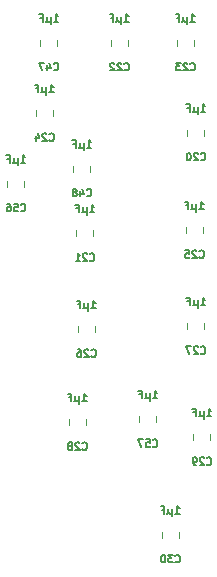
<source format=gbr>
%TF.GenerationSoftware,KiCad,Pcbnew,7.0.5*%
%TF.CreationDate,2023-12-18T11:01:32+02:00*%
%TF.ProjectId,W65C816 Clock Hold,57363543-3831-4362-9043-6c6f636b2048,rev?*%
%TF.SameCoordinates,Original*%
%TF.FileFunction,Legend,Bot*%
%TF.FilePolarity,Positive*%
%FSLAX46Y46*%
G04 Gerber Fmt 4.6, Leading zero omitted, Abs format (unit mm)*
G04 Created by KiCad (PCBNEW 7.0.5) date 2023-12-18 11:01:32*
%MOMM*%
%LPD*%
G01*
G04 APERTURE LIST*
%ADD10C,0.150000*%
%ADD11C,0.120000*%
G04 APERTURE END LIST*
D10*
%TO.C,C57*%
X101781214Y-102503486D02*
X101811452Y-102533725D01*
X101811452Y-102533725D02*
X101902166Y-102563963D01*
X101902166Y-102563963D02*
X101962642Y-102563963D01*
X101962642Y-102563963D02*
X102053357Y-102533725D01*
X102053357Y-102533725D02*
X102113833Y-102473248D01*
X102113833Y-102473248D02*
X102144071Y-102412772D01*
X102144071Y-102412772D02*
X102174309Y-102291820D01*
X102174309Y-102291820D02*
X102174309Y-102201105D01*
X102174309Y-102201105D02*
X102144071Y-102080153D01*
X102144071Y-102080153D02*
X102113833Y-102019677D01*
X102113833Y-102019677D02*
X102053357Y-101959201D01*
X102053357Y-101959201D02*
X101962642Y-101928963D01*
X101962642Y-101928963D02*
X101902166Y-101928963D01*
X101902166Y-101928963D02*
X101811452Y-101959201D01*
X101811452Y-101959201D02*
X101781214Y-101989439D01*
X101206690Y-101928963D02*
X101509071Y-101928963D01*
X101509071Y-101928963D02*
X101539309Y-102231344D01*
X101539309Y-102231344D02*
X101509071Y-102201105D01*
X101509071Y-102201105D02*
X101448595Y-102170867D01*
X101448595Y-102170867D02*
X101297404Y-102170867D01*
X101297404Y-102170867D02*
X101236928Y-102201105D01*
X101236928Y-102201105D02*
X101206690Y-102231344D01*
X101206690Y-102231344D02*
X101176452Y-102291820D01*
X101176452Y-102291820D02*
X101176452Y-102443010D01*
X101176452Y-102443010D02*
X101206690Y-102503486D01*
X101206690Y-102503486D02*
X101236928Y-102533725D01*
X101236928Y-102533725D02*
X101297404Y-102563963D01*
X101297404Y-102563963D02*
X101448595Y-102563963D01*
X101448595Y-102563963D02*
X101509071Y-102533725D01*
X101509071Y-102533725D02*
X101539309Y-102503486D01*
X100964785Y-101928963D02*
X100541452Y-101928963D01*
X100541452Y-101928963D02*
X100813595Y-102563963D01*
X101769333Y-98456963D02*
X102132190Y-98456963D01*
X101950762Y-98456963D02*
X101950762Y-97821963D01*
X101950762Y-97821963D02*
X102011238Y-97912677D01*
X102011238Y-97912677D02*
X102071714Y-97973153D01*
X102071714Y-97973153D02*
X102132190Y-98003391D01*
X101497190Y-98033629D02*
X101497190Y-98668629D01*
X101194809Y-98366248D02*
X101164571Y-98426725D01*
X101164571Y-98426725D02*
X101104095Y-98456963D01*
X101497190Y-98366248D02*
X101466952Y-98426725D01*
X101466952Y-98426725D02*
X101406476Y-98456963D01*
X101406476Y-98456963D02*
X101285523Y-98456963D01*
X101285523Y-98456963D02*
X101225047Y-98426725D01*
X101225047Y-98426725D02*
X101194809Y-98366248D01*
X101194809Y-98366248D02*
X101194809Y-98033629D01*
X100620285Y-98124344D02*
X100831952Y-98124344D01*
X100831952Y-98456963D02*
X100831952Y-97821963D01*
X100831952Y-97821963D02*
X100529571Y-97821963D01*
%TO.C,C27*%
X105845214Y-94629486D02*
X105875452Y-94659725D01*
X105875452Y-94659725D02*
X105966166Y-94689963D01*
X105966166Y-94689963D02*
X106026642Y-94689963D01*
X106026642Y-94689963D02*
X106117357Y-94659725D01*
X106117357Y-94659725D02*
X106177833Y-94599248D01*
X106177833Y-94599248D02*
X106208071Y-94538772D01*
X106208071Y-94538772D02*
X106238309Y-94417820D01*
X106238309Y-94417820D02*
X106238309Y-94327105D01*
X106238309Y-94327105D02*
X106208071Y-94206153D01*
X106208071Y-94206153D02*
X106177833Y-94145677D01*
X106177833Y-94145677D02*
X106117357Y-94085201D01*
X106117357Y-94085201D02*
X106026642Y-94054963D01*
X106026642Y-94054963D02*
X105966166Y-94054963D01*
X105966166Y-94054963D02*
X105875452Y-94085201D01*
X105875452Y-94085201D02*
X105845214Y-94115439D01*
X105603309Y-94115439D02*
X105573071Y-94085201D01*
X105573071Y-94085201D02*
X105512595Y-94054963D01*
X105512595Y-94054963D02*
X105361404Y-94054963D01*
X105361404Y-94054963D02*
X105300928Y-94085201D01*
X105300928Y-94085201D02*
X105270690Y-94115439D01*
X105270690Y-94115439D02*
X105240452Y-94175915D01*
X105240452Y-94175915D02*
X105240452Y-94236391D01*
X105240452Y-94236391D02*
X105270690Y-94327105D01*
X105270690Y-94327105D02*
X105633547Y-94689963D01*
X105633547Y-94689963D02*
X105240452Y-94689963D01*
X105028785Y-94054963D02*
X104605452Y-94054963D01*
X104605452Y-94054963D02*
X104877595Y-94689963D01*
X105833333Y-90582963D02*
X106196190Y-90582963D01*
X106014762Y-90582963D02*
X106014762Y-89947963D01*
X106014762Y-89947963D02*
X106075238Y-90038677D01*
X106075238Y-90038677D02*
X106135714Y-90099153D01*
X106135714Y-90099153D02*
X106196190Y-90129391D01*
X105561190Y-90159629D02*
X105561190Y-90794629D01*
X105258809Y-90492248D02*
X105228571Y-90552725D01*
X105228571Y-90552725D02*
X105168095Y-90582963D01*
X105561190Y-90492248D02*
X105530952Y-90552725D01*
X105530952Y-90552725D02*
X105470476Y-90582963D01*
X105470476Y-90582963D02*
X105349523Y-90582963D01*
X105349523Y-90582963D02*
X105289047Y-90552725D01*
X105289047Y-90552725D02*
X105258809Y-90492248D01*
X105258809Y-90492248D02*
X105258809Y-90159629D01*
X104684285Y-90250344D02*
X104895952Y-90250344D01*
X104895952Y-90582963D02*
X104895952Y-89947963D01*
X104895952Y-89947963D02*
X104593571Y-89947963D01*
%TO.C,C23*%
X104956214Y-70626486D02*
X104986452Y-70656725D01*
X104986452Y-70656725D02*
X105077166Y-70686963D01*
X105077166Y-70686963D02*
X105137642Y-70686963D01*
X105137642Y-70686963D02*
X105228357Y-70656725D01*
X105228357Y-70656725D02*
X105288833Y-70596248D01*
X105288833Y-70596248D02*
X105319071Y-70535772D01*
X105319071Y-70535772D02*
X105349309Y-70414820D01*
X105349309Y-70414820D02*
X105349309Y-70324105D01*
X105349309Y-70324105D02*
X105319071Y-70203153D01*
X105319071Y-70203153D02*
X105288833Y-70142677D01*
X105288833Y-70142677D02*
X105228357Y-70082201D01*
X105228357Y-70082201D02*
X105137642Y-70051963D01*
X105137642Y-70051963D02*
X105077166Y-70051963D01*
X105077166Y-70051963D02*
X104986452Y-70082201D01*
X104986452Y-70082201D02*
X104956214Y-70112439D01*
X104714309Y-70112439D02*
X104684071Y-70082201D01*
X104684071Y-70082201D02*
X104623595Y-70051963D01*
X104623595Y-70051963D02*
X104472404Y-70051963D01*
X104472404Y-70051963D02*
X104411928Y-70082201D01*
X104411928Y-70082201D02*
X104381690Y-70112439D01*
X104381690Y-70112439D02*
X104351452Y-70172915D01*
X104351452Y-70172915D02*
X104351452Y-70233391D01*
X104351452Y-70233391D02*
X104381690Y-70324105D01*
X104381690Y-70324105D02*
X104744547Y-70686963D01*
X104744547Y-70686963D02*
X104351452Y-70686963D01*
X104139785Y-70051963D02*
X103746690Y-70051963D01*
X103746690Y-70051963D02*
X103958357Y-70293867D01*
X103958357Y-70293867D02*
X103867642Y-70293867D01*
X103867642Y-70293867D02*
X103807166Y-70324105D01*
X103807166Y-70324105D02*
X103776928Y-70354344D01*
X103776928Y-70354344D02*
X103746690Y-70414820D01*
X103746690Y-70414820D02*
X103746690Y-70566010D01*
X103746690Y-70566010D02*
X103776928Y-70626486D01*
X103776928Y-70626486D02*
X103807166Y-70656725D01*
X103807166Y-70656725D02*
X103867642Y-70686963D01*
X103867642Y-70686963D02*
X104049071Y-70686963D01*
X104049071Y-70686963D02*
X104109547Y-70656725D01*
X104109547Y-70656725D02*
X104139785Y-70626486D01*
X104944333Y-66579963D02*
X105307190Y-66579963D01*
X105125762Y-66579963D02*
X105125762Y-65944963D01*
X105125762Y-65944963D02*
X105186238Y-66035677D01*
X105186238Y-66035677D02*
X105246714Y-66096153D01*
X105246714Y-66096153D02*
X105307190Y-66126391D01*
X104672190Y-66156629D02*
X104672190Y-66791629D01*
X104369809Y-66489248D02*
X104339571Y-66549725D01*
X104339571Y-66549725D02*
X104279095Y-66579963D01*
X104672190Y-66489248D02*
X104641952Y-66549725D01*
X104641952Y-66549725D02*
X104581476Y-66579963D01*
X104581476Y-66579963D02*
X104460523Y-66579963D01*
X104460523Y-66579963D02*
X104400047Y-66549725D01*
X104400047Y-66549725D02*
X104369809Y-66489248D01*
X104369809Y-66489248D02*
X104369809Y-66156629D01*
X103795285Y-66247344D02*
X104006952Y-66247344D01*
X104006952Y-66579963D02*
X104006952Y-65944963D01*
X104006952Y-65944963D02*
X103704571Y-65944963D01*
%TO.C,C25*%
X105718214Y-86501486D02*
X105748452Y-86531725D01*
X105748452Y-86531725D02*
X105839166Y-86561963D01*
X105839166Y-86561963D02*
X105899642Y-86561963D01*
X105899642Y-86561963D02*
X105990357Y-86531725D01*
X105990357Y-86531725D02*
X106050833Y-86471248D01*
X106050833Y-86471248D02*
X106081071Y-86410772D01*
X106081071Y-86410772D02*
X106111309Y-86289820D01*
X106111309Y-86289820D02*
X106111309Y-86199105D01*
X106111309Y-86199105D02*
X106081071Y-86078153D01*
X106081071Y-86078153D02*
X106050833Y-86017677D01*
X106050833Y-86017677D02*
X105990357Y-85957201D01*
X105990357Y-85957201D02*
X105899642Y-85926963D01*
X105899642Y-85926963D02*
X105839166Y-85926963D01*
X105839166Y-85926963D02*
X105748452Y-85957201D01*
X105748452Y-85957201D02*
X105718214Y-85987439D01*
X105476309Y-85987439D02*
X105446071Y-85957201D01*
X105446071Y-85957201D02*
X105385595Y-85926963D01*
X105385595Y-85926963D02*
X105234404Y-85926963D01*
X105234404Y-85926963D02*
X105173928Y-85957201D01*
X105173928Y-85957201D02*
X105143690Y-85987439D01*
X105143690Y-85987439D02*
X105113452Y-86047915D01*
X105113452Y-86047915D02*
X105113452Y-86108391D01*
X105113452Y-86108391D02*
X105143690Y-86199105D01*
X105143690Y-86199105D02*
X105506547Y-86561963D01*
X105506547Y-86561963D02*
X105113452Y-86561963D01*
X104538928Y-85926963D02*
X104841309Y-85926963D01*
X104841309Y-85926963D02*
X104871547Y-86229344D01*
X104871547Y-86229344D02*
X104841309Y-86199105D01*
X104841309Y-86199105D02*
X104780833Y-86168867D01*
X104780833Y-86168867D02*
X104629642Y-86168867D01*
X104629642Y-86168867D02*
X104569166Y-86199105D01*
X104569166Y-86199105D02*
X104538928Y-86229344D01*
X104538928Y-86229344D02*
X104508690Y-86289820D01*
X104508690Y-86289820D02*
X104508690Y-86441010D01*
X104508690Y-86441010D02*
X104538928Y-86501486D01*
X104538928Y-86501486D02*
X104569166Y-86531725D01*
X104569166Y-86531725D02*
X104629642Y-86561963D01*
X104629642Y-86561963D02*
X104780833Y-86561963D01*
X104780833Y-86561963D02*
X104841309Y-86531725D01*
X104841309Y-86531725D02*
X104871547Y-86501486D01*
X105706333Y-82454963D02*
X106069190Y-82454963D01*
X105887762Y-82454963D02*
X105887762Y-81819963D01*
X105887762Y-81819963D02*
X105948238Y-81910677D01*
X105948238Y-81910677D02*
X106008714Y-81971153D01*
X106008714Y-81971153D02*
X106069190Y-82001391D01*
X105434190Y-82031629D02*
X105434190Y-82666629D01*
X105131809Y-82364248D02*
X105101571Y-82424725D01*
X105101571Y-82424725D02*
X105041095Y-82454963D01*
X105434190Y-82364248D02*
X105403952Y-82424725D01*
X105403952Y-82424725D02*
X105343476Y-82454963D01*
X105343476Y-82454963D02*
X105222523Y-82454963D01*
X105222523Y-82454963D02*
X105162047Y-82424725D01*
X105162047Y-82424725D02*
X105131809Y-82364248D01*
X105131809Y-82364248D02*
X105131809Y-82031629D01*
X104557285Y-82122344D02*
X104768952Y-82122344D01*
X104768952Y-82454963D02*
X104768952Y-81819963D01*
X104768952Y-81819963D02*
X104466571Y-81819963D01*
%TO.C,C26*%
X96574214Y-94883486D02*
X96604452Y-94913725D01*
X96604452Y-94913725D02*
X96695166Y-94943963D01*
X96695166Y-94943963D02*
X96755642Y-94943963D01*
X96755642Y-94943963D02*
X96846357Y-94913725D01*
X96846357Y-94913725D02*
X96906833Y-94853248D01*
X96906833Y-94853248D02*
X96937071Y-94792772D01*
X96937071Y-94792772D02*
X96967309Y-94671820D01*
X96967309Y-94671820D02*
X96967309Y-94581105D01*
X96967309Y-94581105D02*
X96937071Y-94460153D01*
X96937071Y-94460153D02*
X96906833Y-94399677D01*
X96906833Y-94399677D02*
X96846357Y-94339201D01*
X96846357Y-94339201D02*
X96755642Y-94308963D01*
X96755642Y-94308963D02*
X96695166Y-94308963D01*
X96695166Y-94308963D02*
X96604452Y-94339201D01*
X96604452Y-94339201D02*
X96574214Y-94369439D01*
X96332309Y-94369439D02*
X96302071Y-94339201D01*
X96302071Y-94339201D02*
X96241595Y-94308963D01*
X96241595Y-94308963D02*
X96090404Y-94308963D01*
X96090404Y-94308963D02*
X96029928Y-94339201D01*
X96029928Y-94339201D02*
X95999690Y-94369439D01*
X95999690Y-94369439D02*
X95969452Y-94429915D01*
X95969452Y-94429915D02*
X95969452Y-94490391D01*
X95969452Y-94490391D02*
X95999690Y-94581105D01*
X95999690Y-94581105D02*
X96362547Y-94943963D01*
X96362547Y-94943963D02*
X95969452Y-94943963D01*
X95425166Y-94308963D02*
X95546119Y-94308963D01*
X95546119Y-94308963D02*
X95606595Y-94339201D01*
X95606595Y-94339201D02*
X95636833Y-94369439D01*
X95636833Y-94369439D02*
X95697309Y-94460153D01*
X95697309Y-94460153D02*
X95727547Y-94581105D01*
X95727547Y-94581105D02*
X95727547Y-94823010D01*
X95727547Y-94823010D02*
X95697309Y-94883486D01*
X95697309Y-94883486D02*
X95667071Y-94913725D01*
X95667071Y-94913725D02*
X95606595Y-94943963D01*
X95606595Y-94943963D02*
X95485642Y-94943963D01*
X95485642Y-94943963D02*
X95425166Y-94913725D01*
X95425166Y-94913725D02*
X95394928Y-94883486D01*
X95394928Y-94883486D02*
X95364690Y-94823010D01*
X95364690Y-94823010D02*
X95364690Y-94671820D01*
X95364690Y-94671820D02*
X95394928Y-94611344D01*
X95394928Y-94611344D02*
X95425166Y-94581105D01*
X95425166Y-94581105D02*
X95485642Y-94550867D01*
X95485642Y-94550867D02*
X95606595Y-94550867D01*
X95606595Y-94550867D02*
X95667071Y-94581105D01*
X95667071Y-94581105D02*
X95697309Y-94611344D01*
X95697309Y-94611344D02*
X95727547Y-94671820D01*
X96562333Y-90836963D02*
X96925190Y-90836963D01*
X96743762Y-90836963D02*
X96743762Y-90201963D01*
X96743762Y-90201963D02*
X96804238Y-90292677D01*
X96804238Y-90292677D02*
X96864714Y-90353153D01*
X96864714Y-90353153D02*
X96925190Y-90383391D01*
X96290190Y-90413629D02*
X96290190Y-91048629D01*
X95987809Y-90746248D02*
X95957571Y-90806725D01*
X95957571Y-90806725D02*
X95897095Y-90836963D01*
X96290190Y-90746248D02*
X96259952Y-90806725D01*
X96259952Y-90806725D02*
X96199476Y-90836963D01*
X96199476Y-90836963D02*
X96078523Y-90836963D01*
X96078523Y-90836963D02*
X96018047Y-90806725D01*
X96018047Y-90806725D02*
X95987809Y-90746248D01*
X95987809Y-90746248D02*
X95987809Y-90413629D01*
X95413285Y-90504344D02*
X95624952Y-90504344D01*
X95624952Y-90836963D02*
X95624952Y-90201963D01*
X95624952Y-90201963D02*
X95322571Y-90201963D01*
%TO.C,C48*%
X96193214Y-81294486D02*
X96223452Y-81324725D01*
X96223452Y-81324725D02*
X96314166Y-81354963D01*
X96314166Y-81354963D02*
X96374642Y-81354963D01*
X96374642Y-81354963D02*
X96465357Y-81324725D01*
X96465357Y-81324725D02*
X96525833Y-81264248D01*
X96525833Y-81264248D02*
X96556071Y-81203772D01*
X96556071Y-81203772D02*
X96586309Y-81082820D01*
X96586309Y-81082820D02*
X96586309Y-80992105D01*
X96586309Y-80992105D02*
X96556071Y-80871153D01*
X96556071Y-80871153D02*
X96525833Y-80810677D01*
X96525833Y-80810677D02*
X96465357Y-80750201D01*
X96465357Y-80750201D02*
X96374642Y-80719963D01*
X96374642Y-80719963D02*
X96314166Y-80719963D01*
X96314166Y-80719963D02*
X96223452Y-80750201D01*
X96223452Y-80750201D02*
X96193214Y-80780439D01*
X95648928Y-80931629D02*
X95648928Y-81354963D01*
X95800119Y-80689725D02*
X95951309Y-81143296D01*
X95951309Y-81143296D02*
X95558214Y-81143296D01*
X95225595Y-80992105D02*
X95286071Y-80961867D01*
X95286071Y-80961867D02*
X95316309Y-80931629D01*
X95316309Y-80931629D02*
X95346547Y-80871153D01*
X95346547Y-80871153D02*
X95346547Y-80840915D01*
X95346547Y-80840915D02*
X95316309Y-80780439D01*
X95316309Y-80780439D02*
X95286071Y-80750201D01*
X95286071Y-80750201D02*
X95225595Y-80719963D01*
X95225595Y-80719963D02*
X95104642Y-80719963D01*
X95104642Y-80719963D02*
X95044166Y-80750201D01*
X95044166Y-80750201D02*
X95013928Y-80780439D01*
X95013928Y-80780439D02*
X94983690Y-80840915D01*
X94983690Y-80840915D02*
X94983690Y-80871153D01*
X94983690Y-80871153D02*
X95013928Y-80931629D01*
X95013928Y-80931629D02*
X95044166Y-80961867D01*
X95044166Y-80961867D02*
X95104642Y-80992105D01*
X95104642Y-80992105D02*
X95225595Y-80992105D01*
X95225595Y-80992105D02*
X95286071Y-81022344D01*
X95286071Y-81022344D02*
X95316309Y-81052582D01*
X95316309Y-81052582D02*
X95346547Y-81113058D01*
X95346547Y-81113058D02*
X95346547Y-81234010D01*
X95346547Y-81234010D02*
X95316309Y-81294486D01*
X95316309Y-81294486D02*
X95286071Y-81324725D01*
X95286071Y-81324725D02*
X95225595Y-81354963D01*
X95225595Y-81354963D02*
X95104642Y-81354963D01*
X95104642Y-81354963D02*
X95044166Y-81324725D01*
X95044166Y-81324725D02*
X95013928Y-81294486D01*
X95013928Y-81294486D02*
X94983690Y-81234010D01*
X94983690Y-81234010D02*
X94983690Y-81113058D01*
X94983690Y-81113058D02*
X95013928Y-81052582D01*
X95013928Y-81052582D02*
X95044166Y-81022344D01*
X95044166Y-81022344D02*
X95104642Y-80992105D01*
X96181333Y-77247963D02*
X96544190Y-77247963D01*
X96362762Y-77247963D02*
X96362762Y-76612963D01*
X96362762Y-76612963D02*
X96423238Y-76703677D01*
X96423238Y-76703677D02*
X96483714Y-76764153D01*
X96483714Y-76764153D02*
X96544190Y-76794391D01*
X95909190Y-76824629D02*
X95909190Y-77459629D01*
X95606809Y-77157248D02*
X95576571Y-77217725D01*
X95576571Y-77217725D02*
X95516095Y-77247963D01*
X95909190Y-77157248D02*
X95878952Y-77217725D01*
X95878952Y-77217725D02*
X95818476Y-77247963D01*
X95818476Y-77247963D02*
X95697523Y-77247963D01*
X95697523Y-77247963D02*
X95637047Y-77217725D01*
X95637047Y-77217725D02*
X95606809Y-77157248D01*
X95606809Y-77157248D02*
X95606809Y-76824629D01*
X95032285Y-76915344D02*
X95243952Y-76915344D01*
X95243952Y-77247963D02*
X95243952Y-76612963D01*
X95243952Y-76612963D02*
X94941571Y-76612963D01*
%TO.C,C22*%
X99368214Y-70626486D02*
X99398452Y-70656725D01*
X99398452Y-70656725D02*
X99489166Y-70686963D01*
X99489166Y-70686963D02*
X99549642Y-70686963D01*
X99549642Y-70686963D02*
X99640357Y-70656725D01*
X99640357Y-70656725D02*
X99700833Y-70596248D01*
X99700833Y-70596248D02*
X99731071Y-70535772D01*
X99731071Y-70535772D02*
X99761309Y-70414820D01*
X99761309Y-70414820D02*
X99761309Y-70324105D01*
X99761309Y-70324105D02*
X99731071Y-70203153D01*
X99731071Y-70203153D02*
X99700833Y-70142677D01*
X99700833Y-70142677D02*
X99640357Y-70082201D01*
X99640357Y-70082201D02*
X99549642Y-70051963D01*
X99549642Y-70051963D02*
X99489166Y-70051963D01*
X99489166Y-70051963D02*
X99398452Y-70082201D01*
X99398452Y-70082201D02*
X99368214Y-70112439D01*
X99126309Y-70112439D02*
X99096071Y-70082201D01*
X99096071Y-70082201D02*
X99035595Y-70051963D01*
X99035595Y-70051963D02*
X98884404Y-70051963D01*
X98884404Y-70051963D02*
X98823928Y-70082201D01*
X98823928Y-70082201D02*
X98793690Y-70112439D01*
X98793690Y-70112439D02*
X98763452Y-70172915D01*
X98763452Y-70172915D02*
X98763452Y-70233391D01*
X98763452Y-70233391D02*
X98793690Y-70324105D01*
X98793690Y-70324105D02*
X99156547Y-70686963D01*
X99156547Y-70686963D02*
X98763452Y-70686963D01*
X98521547Y-70112439D02*
X98491309Y-70082201D01*
X98491309Y-70082201D02*
X98430833Y-70051963D01*
X98430833Y-70051963D02*
X98279642Y-70051963D01*
X98279642Y-70051963D02*
X98219166Y-70082201D01*
X98219166Y-70082201D02*
X98188928Y-70112439D01*
X98188928Y-70112439D02*
X98158690Y-70172915D01*
X98158690Y-70172915D02*
X98158690Y-70233391D01*
X98158690Y-70233391D02*
X98188928Y-70324105D01*
X98188928Y-70324105D02*
X98551785Y-70686963D01*
X98551785Y-70686963D02*
X98158690Y-70686963D01*
X99356333Y-66579963D02*
X99719190Y-66579963D01*
X99537762Y-66579963D02*
X99537762Y-65944963D01*
X99537762Y-65944963D02*
X99598238Y-66035677D01*
X99598238Y-66035677D02*
X99658714Y-66096153D01*
X99658714Y-66096153D02*
X99719190Y-66126391D01*
X99084190Y-66156629D02*
X99084190Y-66791629D01*
X98781809Y-66489248D02*
X98751571Y-66549725D01*
X98751571Y-66549725D02*
X98691095Y-66579963D01*
X99084190Y-66489248D02*
X99053952Y-66549725D01*
X99053952Y-66549725D02*
X98993476Y-66579963D01*
X98993476Y-66579963D02*
X98872523Y-66579963D01*
X98872523Y-66579963D02*
X98812047Y-66549725D01*
X98812047Y-66549725D02*
X98781809Y-66489248D01*
X98781809Y-66489248D02*
X98781809Y-66156629D01*
X98207285Y-66247344D02*
X98418952Y-66247344D01*
X98418952Y-66579963D02*
X98418952Y-65944963D01*
X98418952Y-65944963D02*
X98116571Y-65944963D01*
%TO.C,C47*%
X93399214Y-70626486D02*
X93429452Y-70656725D01*
X93429452Y-70656725D02*
X93520166Y-70686963D01*
X93520166Y-70686963D02*
X93580642Y-70686963D01*
X93580642Y-70686963D02*
X93671357Y-70656725D01*
X93671357Y-70656725D02*
X93731833Y-70596248D01*
X93731833Y-70596248D02*
X93762071Y-70535772D01*
X93762071Y-70535772D02*
X93792309Y-70414820D01*
X93792309Y-70414820D02*
X93792309Y-70324105D01*
X93792309Y-70324105D02*
X93762071Y-70203153D01*
X93762071Y-70203153D02*
X93731833Y-70142677D01*
X93731833Y-70142677D02*
X93671357Y-70082201D01*
X93671357Y-70082201D02*
X93580642Y-70051963D01*
X93580642Y-70051963D02*
X93520166Y-70051963D01*
X93520166Y-70051963D02*
X93429452Y-70082201D01*
X93429452Y-70082201D02*
X93399214Y-70112439D01*
X92854928Y-70263629D02*
X92854928Y-70686963D01*
X93006119Y-70021725D02*
X93157309Y-70475296D01*
X93157309Y-70475296D02*
X92764214Y-70475296D01*
X92582785Y-70051963D02*
X92159452Y-70051963D01*
X92159452Y-70051963D02*
X92431595Y-70686963D01*
X93387333Y-66579963D02*
X93750190Y-66579963D01*
X93568762Y-66579963D02*
X93568762Y-65944963D01*
X93568762Y-65944963D02*
X93629238Y-66035677D01*
X93629238Y-66035677D02*
X93689714Y-66096153D01*
X93689714Y-66096153D02*
X93750190Y-66126391D01*
X93115190Y-66156629D02*
X93115190Y-66791629D01*
X92812809Y-66489248D02*
X92782571Y-66549725D01*
X92782571Y-66549725D02*
X92722095Y-66579963D01*
X93115190Y-66489248D02*
X93084952Y-66549725D01*
X93084952Y-66549725D02*
X93024476Y-66579963D01*
X93024476Y-66579963D02*
X92903523Y-66579963D01*
X92903523Y-66579963D02*
X92843047Y-66549725D01*
X92843047Y-66549725D02*
X92812809Y-66489248D01*
X92812809Y-66489248D02*
X92812809Y-66156629D01*
X92238285Y-66247344D02*
X92449952Y-66247344D01*
X92449952Y-66579963D02*
X92449952Y-65944963D01*
X92449952Y-65944963D02*
X92147571Y-65944963D01*
%TO.C,C20*%
X105845214Y-78246486D02*
X105875452Y-78276725D01*
X105875452Y-78276725D02*
X105966166Y-78306963D01*
X105966166Y-78306963D02*
X106026642Y-78306963D01*
X106026642Y-78306963D02*
X106117357Y-78276725D01*
X106117357Y-78276725D02*
X106177833Y-78216248D01*
X106177833Y-78216248D02*
X106208071Y-78155772D01*
X106208071Y-78155772D02*
X106238309Y-78034820D01*
X106238309Y-78034820D02*
X106238309Y-77944105D01*
X106238309Y-77944105D02*
X106208071Y-77823153D01*
X106208071Y-77823153D02*
X106177833Y-77762677D01*
X106177833Y-77762677D02*
X106117357Y-77702201D01*
X106117357Y-77702201D02*
X106026642Y-77671963D01*
X106026642Y-77671963D02*
X105966166Y-77671963D01*
X105966166Y-77671963D02*
X105875452Y-77702201D01*
X105875452Y-77702201D02*
X105845214Y-77732439D01*
X105603309Y-77732439D02*
X105573071Y-77702201D01*
X105573071Y-77702201D02*
X105512595Y-77671963D01*
X105512595Y-77671963D02*
X105361404Y-77671963D01*
X105361404Y-77671963D02*
X105300928Y-77702201D01*
X105300928Y-77702201D02*
X105270690Y-77732439D01*
X105270690Y-77732439D02*
X105240452Y-77792915D01*
X105240452Y-77792915D02*
X105240452Y-77853391D01*
X105240452Y-77853391D02*
X105270690Y-77944105D01*
X105270690Y-77944105D02*
X105633547Y-78306963D01*
X105633547Y-78306963D02*
X105240452Y-78306963D01*
X104847357Y-77671963D02*
X104786880Y-77671963D01*
X104786880Y-77671963D02*
X104726404Y-77702201D01*
X104726404Y-77702201D02*
X104696166Y-77732439D01*
X104696166Y-77732439D02*
X104665928Y-77792915D01*
X104665928Y-77792915D02*
X104635690Y-77913867D01*
X104635690Y-77913867D02*
X104635690Y-78065058D01*
X104635690Y-78065058D02*
X104665928Y-78186010D01*
X104665928Y-78186010D02*
X104696166Y-78246486D01*
X104696166Y-78246486D02*
X104726404Y-78276725D01*
X104726404Y-78276725D02*
X104786880Y-78306963D01*
X104786880Y-78306963D02*
X104847357Y-78306963D01*
X104847357Y-78306963D02*
X104907833Y-78276725D01*
X104907833Y-78276725D02*
X104938071Y-78246486D01*
X104938071Y-78246486D02*
X104968309Y-78186010D01*
X104968309Y-78186010D02*
X104998547Y-78065058D01*
X104998547Y-78065058D02*
X104998547Y-77913867D01*
X104998547Y-77913867D02*
X104968309Y-77792915D01*
X104968309Y-77792915D02*
X104938071Y-77732439D01*
X104938071Y-77732439D02*
X104907833Y-77702201D01*
X104907833Y-77702201D02*
X104847357Y-77671963D01*
X105833333Y-74199963D02*
X106196190Y-74199963D01*
X106014762Y-74199963D02*
X106014762Y-73564963D01*
X106014762Y-73564963D02*
X106075238Y-73655677D01*
X106075238Y-73655677D02*
X106135714Y-73716153D01*
X106135714Y-73716153D02*
X106196190Y-73746391D01*
X105561190Y-73776629D02*
X105561190Y-74411629D01*
X105258809Y-74109248D02*
X105228571Y-74169725D01*
X105228571Y-74169725D02*
X105168095Y-74199963D01*
X105561190Y-74109248D02*
X105530952Y-74169725D01*
X105530952Y-74169725D02*
X105470476Y-74199963D01*
X105470476Y-74199963D02*
X105349523Y-74199963D01*
X105349523Y-74199963D02*
X105289047Y-74169725D01*
X105289047Y-74169725D02*
X105258809Y-74109248D01*
X105258809Y-74109248D02*
X105258809Y-73776629D01*
X104684285Y-73867344D02*
X104895952Y-73867344D01*
X104895952Y-74199963D02*
X104895952Y-73564963D01*
X104895952Y-73564963D02*
X104593571Y-73564963D01*
%TO.C,C24*%
X93018214Y-76595486D02*
X93048452Y-76625725D01*
X93048452Y-76625725D02*
X93139166Y-76655963D01*
X93139166Y-76655963D02*
X93199642Y-76655963D01*
X93199642Y-76655963D02*
X93290357Y-76625725D01*
X93290357Y-76625725D02*
X93350833Y-76565248D01*
X93350833Y-76565248D02*
X93381071Y-76504772D01*
X93381071Y-76504772D02*
X93411309Y-76383820D01*
X93411309Y-76383820D02*
X93411309Y-76293105D01*
X93411309Y-76293105D02*
X93381071Y-76172153D01*
X93381071Y-76172153D02*
X93350833Y-76111677D01*
X93350833Y-76111677D02*
X93290357Y-76051201D01*
X93290357Y-76051201D02*
X93199642Y-76020963D01*
X93199642Y-76020963D02*
X93139166Y-76020963D01*
X93139166Y-76020963D02*
X93048452Y-76051201D01*
X93048452Y-76051201D02*
X93018214Y-76081439D01*
X92776309Y-76081439D02*
X92746071Y-76051201D01*
X92746071Y-76051201D02*
X92685595Y-76020963D01*
X92685595Y-76020963D02*
X92534404Y-76020963D01*
X92534404Y-76020963D02*
X92473928Y-76051201D01*
X92473928Y-76051201D02*
X92443690Y-76081439D01*
X92443690Y-76081439D02*
X92413452Y-76141915D01*
X92413452Y-76141915D02*
X92413452Y-76202391D01*
X92413452Y-76202391D02*
X92443690Y-76293105D01*
X92443690Y-76293105D02*
X92806547Y-76655963D01*
X92806547Y-76655963D02*
X92413452Y-76655963D01*
X91869166Y-76232629D02*
X91869166Y-76655963D01*
X92020357Y-75990725D02*
X92171547Y-76444296D01*
X92171547Y-76444296D02*
X91778452Y-76444296D01*
X93006333Y-72548963D02*
X93369190Y-72548963D01*
X93187762Y-72548963D02*
X93187762Y-71913963D01*
X93187762Y-71913963D02*
X93248238Y-72004677D01*
X93248238Y-72004677D02*
X93308714Y-72065153D01*
X93308714Y-72065153D02*
X93369190Y-72095391D01*
X92734190Y-72125629D02*
X92734190Y-72760629D01*
X92431809Y-72458248D02*
X92401571Y-72518725D01*
X92401571Y-72518725D02*
X92341095Y-72548963D01*
X92734190Y-72458248D02*
X92703952Y-72518725D01*
X92703952Y-72518725D02*
X92643476Y-72548963D01*
X92643476Y-72548963D02*
X92522523Y-72548963D01*
X92522523Y-72548963D02*
X92462047Y-72518725D01*
X92462047Y-72518725D02*
X92431809Y-72458248D01*
X92431809Y-72458248D02*
X92431809Y-72125629D01*
X91857285Y-72216344D02*
X92068952Y-72216344D01*
X92068952Y-72548963D02*
X92068952Y-71913963D01*
X92068952Y-71913963D02*
X91766571Y-71913963D01*
%TO.C,C30*%
X103686214Y-112282486D02*
X103716452Y-112312725D01*
X103716452Y-112312725D02*
X103807166Y-112342963D01*
X103807166Y-112342963D02*
X103867642Y-112342963D01*
X103867642Y-112342963D02*
X103958357Y-112312725D01*
X103958357Y-112312725D02*
X104018833Y-112252248D01*
X104018833Y-112252248D02*
X104049071Y-112191772D01*
X104049071Y-112191772D02*
X104079309Y-112070820D01*
X104079309Y-112070820D02*
X104079309Y-111980105D01*
X104079309Y-111980105D02*
X104049071Y-111859153D01*
X104049071Y-111859153D02*
X104018833Y-111798677D01*
X104018833Y-111798677D02*
X103958357Y-111738201D01*
X103958357Y-111738201D02*
X103867642Y-111707963D01*
X103867642Y-111707963D02*
X103807166Y-111707963D01*
X103807166Y-111707963D02*
X103716452Y-111738201D01*
X103716452Y-111738201D02*
X103686214Y-111768439D01*
X103474547Y-111707963D02*
X103081452Y-111707963D01*
X103081452Y-111707963D02*
X103293119Y-111949867D01*
X103293119Y-111949867D02*
X103202404Y-111949867D01*
X103202404Y-111949867D02*
X103141928Y-111980105D01*
X103141928Y-111980105D02*
X103111690Y-112010344D01*
X103111690Y-112010344D02*
X103081452Y-112070820D01*
X103081452Y-112070820D02*
X103081452Y-112222010D01*
X103081452Y-112222010D02*
X103111690Y-112282486D01*
X103111690Y-112282486D02*
X103141928Y-112312725D01*
X103141928Y-112312725D02*
X103202404Y-112342963D01*
X103202404Y-112342963D02*
X103383833Y-112342963D01*
X103383833Y-112342963D02*
X103444309Y-112312725D01*
X103444309Y-112312725D02*
X103474547Y-112282486D01*
X102688357Y-111707963D02*
X102627880Y-111707963D01*
X102627880Y-111707963D02*
X102567404Y-111738201D01*
X102567404Y-111738201D02*
X102537166Y-111768439D01*
X102537166Y-111768439D02*
X102506928Y-111828915D01*
X102506928Y-111828915D02*
X102476690Y-111949867D01*
X102476690Y-111949867D02*
X102476690Y-112101058D01*
X102476690Y-112101058D02*
X102506928Y-112222010D01*
X102506928Y-112222010D02*
X102537166Y-112282486D01*
X102537166Y-112282486D02*
X102567404Y-112312725D01*
X102567404Y-112312725D02*
X102627880Y-112342963D01*
X102627880Y-112342963D02*
X102688357Y-112342963D01*
X102688357Y-112342963D02*
X102748833Y-112312725D01*
X102748833Y-112312725D02*
X102779071Y-112282486D01*
X102779071Y-112282486D02*
X102809309Y-112222010D01*
X102809309Y-112222010D02*
X102839547Y-112101058D01*
X102839547Y-112101058D02*
X102839547Y-111949867D01*
X102839547Y-111949867D02*
X102809309Y-111828915D01*
X102809309Y-111828915D02*
X102779071Y-111768439D01*
X102779071Y-111768439D02*
X102748833Y-111738201D01*
X102748833Y-111738201D02*
X102688357Y-111707963D01*
X103674333Y-108235963D02*
X104037190Y-108235963D01*
X103855762Y-108235963D02*
X103855762Y-107600963D01*
X103855762Y-107600963D02*
X103916238Y-107691677D01*
X103916238Y-107691677D02*
X103976714Y-107752153D01*
X103976714Y-107752153D02*
X104037190Y-107782391D01*
X103402190Y-107812629D02*
X103402190Y-108447629D01*
X103099809Y-108145248D02*
X103069571Y-108205725D01*
X103069571Y-108205725D02*
X103009095Y-108235963D01*
X103402190Y-108145248D02*
X103371952Y-108205725D01*
X103371952Y-108205725D02*
X103311476Y-108235963D01*
X103311476Y-108235963D02*
X103190523Y-108235963D01*
X103190523Y-108235963D02*
X103130047Y-108205725D01*
X103130047Y-108205725D02*
X103099809Y-108145248D01*
X103099809Y-108145248D02*
X103099809Y-107812629D01*
X102525285Y-107903344D02*
X102736952Y-107903344D01*
X102736952Y-108235963D02*
X102736952Y-107600963D01*
X102736952Y-107600963D02*
X102434571Y-107600963D01*
%TO.C,C56*%
X90605214Y-82564486D02*
X90635452Y-82594725D01*
X90635452Y-82594725D02*
X90726166Y-82624963D01*
X90726166Y-82624963D02*
X90786642Y-82624963D01*
X90786642Y-82624963D02*
X90877357Y-82594725D01*
X90877357Y-82594725D02*
X90937833Y-82534248D01*
X90937833Y-82534248D02*
X90968071Y-82473772D01*
X90968071Y-82473772D02*
X90998309Y-82352820D01*
X90998309Y-82352820D02*
X90998309Y-82262105D01*
X90998309Y-82262105D02*
X90968071Y-82141153D01*
X90968071Y-82141153D02*
X90937833Y-82080677D01*
X90937833Y-82080677D02*
X90877357Y-82020201D01*
X90877357Y-82020201D02*
X90786642Y-81989963D01*
X90786642Y-81989963D02*
X90726166Y-81989963D01*
X90726166Y-81989963D02*
X90635452Y-82020201D01*
X90635452Y-82020201D02*
X90605214Y-82050439D01*
X90030690Y-81989963D02*
X90333071Y-81989963D01*
X90333071Y-81989963D02*
X90363309Y-82292344D01*
X90363309Y-82292344D02*
X90333071Y-82262105D01*
X90333071Y-82262105D02*
X90272595Y-82231867D01*
X90272595Y-82231867D02*
X90121404Y-82231867D01*
X90121404Y-82231867D02*
X90060928Y-82262105D01*
X90060928Y-82262105D02*
X90030690Y-82292344D01*
X90030690Y-82292344D02*
X90000452Y-82352820D01*
X90000452Y-82352820D02*
X90000452Y-82504010D01*
X90000452Y-82504010D02*
X90030690Y-82564486D01*
X90030690Y-82564486D02*
X90060928Y-82594725D01*
X90060928Y-82594725D02*
X90121404Y-82624963D01*
X90121404Y-82624963D02*
X90272595Y-82624963D01*
X90272595Y-82624963D02*
X90333071Y-82594725D01*
X90333071Y-82594725D02*
X90363309Y-82564486D01*
X89456166Y-81989963D02*
X89577119Y-81989963D01*
X89577119Y-81989963D02*
X89637595Y-82020201D01*
X89637595Y-82020201D02*
X89667833Y-82050439D01*
X89667833Y-82050439D02*
X89728309Y-82141153D01*
X89728309Y-82141153D02*
X89758547Y-82262105D01*
X89758547Y-82262105D02*
X89758547Y-82504010D01*
X89758547Y-82504010D02*
X89728309Y-82564486D01*
X89728309Y-82564486D02*
X89698071Y-82594725D01*
X89698071Y-82594725D02*
X89637595Y-82624963D01*
X89637595Y-82624963D02*
X89516642Y-82624963D01*
X89516642Y-82624963D02*
X89456166Y-82594725D01*
X89456166Y-82594725D02*
X89425928Y-82564486D01*
X89425928Y-82564486D02*
X89395690Y-82504010D01*
X89395690Y-82504010D02*
X89395690Y-82352820D01*
X89395690Y-82352820D02*
X89425928Y-82292344D01*
X89425928Y-82292344D02*
X89456166Y-82262105D01*
X89456166Y-82262105D02*
X89516642Y-82231867D01*
X89516642Y-82231867D02*
X89637595Y-82231867D01*
X89637595Y-82231867D02*
X89698071Y-82262105D01*
X89698071Y-82262105D02*
X89728309Y-82292344D01*
X89728309Y-82292344D02*
X89758547Y-82352820D01*
X90593333Y-78517963D02*
X90956190Y-78517963D01*
X90774762Y-78517963D02*
X90774762Y-77882963D01*
X90774762Y-77882963D02*
X90835238Y-77973677D01*
X90835238Y-77973677D02*
X90895714Y-78034153D01*
X90895714Y-78034153D02*
X90956190Y-78064391D01*
X90321190Y-78094629D02*
X90321190Y-78729629D01*
X90018809Y-78427248D02*
X89988571Y-78487725D01*
X89988571Y-78487725D02*
X89928095Y-78517963D01*
X90321190Y-78427248D02*
X90290952Y-78487725D01*
X90290952Y-78487725D02*
X90230476Y-78517963D01*
X90230476Y-78517963D02*
X90109523Y-78517963D01*
X90109523Y-78517963D02*
X90049047Y-78487725D01*
X90049047Y-78487725D02*
X90018809Y-78427248D01*
X90018809Y-78427248D02*
X90018809Y-78094629D01*
X89444285Y-78185344D02*
X89655952Y-78185344D01*
X89655952Y-78517963D02*
X89655952Y-77882963D01*
X89655952Y-77882963D02*
X89353571Y-77882963D01*
%TO.C,C21*%
X96447214Y-86755486D02*
X96477452Y-86785725D01*
X96477452Y-86785725D02*
X96568166Y-86815963D01*
X96568166Y-86815963D02*
X96628642Y-86815963D01*
X96628642Y-86815963D02*
X96719357Y-86785725D01*
X96719357Y-86785725D02*
X96779833Y-86725248D01*
X96779833Y-86725248D02*
X96810071Y-86664772D01*
X96810071Y-86664772D02*
X96840309Y-86543820D01*
X96840309Y-86543820D02*
X96840309Y-86453105D01*
X96840309Y-86453105D02*
X96810071Y-86332153D01*
X96810071Y-86332153D02*
X96779833Y-86271677D01*
X96779833Y-86271677D02*
X96719357Y-86211201D01*
X96719357Y-86211201D02*
X96628642Y-86180963D01*
X96628642Y-86180963D02*
X96568166Y-86180963D01*
X96568166Y-86180963D02*
X96477452Y-86211201D01*
X96477452Y-86211201D02*
X96447214Y-86241439D01*
X96205309Y-86241439D02*
X96175071Y-86211201D01*
X96175071Y-86211201D02*
X96114595Y-86180963D01*
X96114595Y-86180963D02*
X95963404Y-86180963D01*
X95963404Y-86180963D02*
X95902928Y-86211201D01*
X95902928Y-86211201D02*
X95872690Y-86241439D01*
X95872690Y-86241439D02*
X95842452Y-86301915D01*
X95842452Y-86301915D02*
X95842452Y-86362391D01*
X95842452Y-86362391D02*
X95872690Y-86453105D01*
X95872690Y-86453105D02*
X96235547Y-86815963D01*
X96235547Y-86815963D02*
X95842452Y-86815963D01*
X95237690Y-86815963D02*
X95600547Y-86815963D01*
X95419119Y-86815963D02*
X95419119Y-86180963D01*
X95419119Y-86180963D02*
X95479595Y-86271677D01*
X95479595Y-86271677D02*
X95540071Y-86332153D01*
X95540071Y-86332153D02*
X95600547Y-86362391D01*
X96435333Y-82708963D02*
X96798190Y-82708963D01*
X96616762Y-82708963D02*
X96616762Y-82073963D01*
X96616762Y-82073963D02*
X96677238Y-82164677D01*
X96677238Y-82164677D02*
X96737714Y-82225153D01*
X96737714Y-82225153D02*
X96798190Y-82255391D01*
X96163190Y-82285629D02*
X96163190Y-82920629D01*
X95860809Y-82618248D02*
X95830571Y-82678725D01*
X95830571Y-82678725D02*
X95770095Y-82708963D01*
X96163190Y-82618248D02*
X96132952Y-82678725D01*
X96132952Y-82678725D02*
X96072476Y-82708963D01*
X96072476Y-82708963D02*
X95951523Y-82708963D01*
X95951523Y-82708963D02*
X95891047Y-82678725D01*
X95891047Y-82678725D02*
X95860809Y-82618248D01*
X95860809Y-82618248D02*
X95860809Y-82285629D01*
X95286285Y-82376344D02*
X95497952Y-82376344D01*
X95497952Y-82708963D02*
X95497952Y-82073963D01*
X95497952Y-82073963D02*
X95195571Y-82073963D01*
%TO.C,C28*%
X95812214Y-102757486D02*
X95842452Y-102787725D01*
X95842452Y-102787725D02*
X95933166Y-102817963D01*
X95933166Y-102817963D02*
X95993642Y-102817963D01*
X95993642Y-102817963D02*
X96084357Y-102787725D01*
X96084357Y-102787725D02*
X96144833Y-102727248D01*
X96144833Y-102727248D02*
X96175071Y-102666772D01*
X96175071Y-102666772D02*
X96205309Y-102545820D01*
X96205309Y-102545820D02*
X96205309Y-102455105D01*
X96205309Y-102455105D02*
X96175071Y-102334153D01*
X96175071Y-102334153D02*
X96144833Y-102273677D01*
X96144833Y-102273677D02*
X96084357Y-102213201D01*
X96084357Y-102213201D02*
X95993642Y-102182963D01*
X95993642Y-102182963D02*
X95933166Y-102182963D01*
X95933166Y-102182963D02*
X95842452Y-102213201D01*
X95842452Y-102213201D02*
X95812214Y-102243439D01*
X95570309Y-102243439D02*
X95540071Y-102213201D01*
X95540071Y-102213201D02*
X95479595Y-102182963D01*
X95479595Y-102182963D02*
X95328404Y-102182963D01*
X95328404Y-102182963D02*
X95267928Y-102213201D01*
X95267928Y-102213201D02*
X95237690Y-102243439D01*
X95237690Y-102243439D02*
X95207452Y-102303915D01*
X95207452Y-102303915D02*
X95207452Y-102364391D01*
X95207452Y-102364391D02*
X95237690Y-102455105D01*
X95237690Y-102455105D02*
X95600547Y-102817963D01*
X95600547Y-102817963D02*
X95207452Y-102817963D01*
X94844595Y-102455105D02*
X94905071Y-102424867D01*
X94905071Y-102424867D02*
X94935309Y-102394629D01*
X94935309Y-102394629D02*
X94965547Y-102334153D01*
X94965547Y-102334153D02*
X94965547Y-102303915D01*
X94965547Y-102303915D02*
X94935309Y-102243439D01*
X94935309Y-102243439D02*
X94905071Y-102213201D01*
X94905071Y-102213201D02*
X94844595Y-102182963D01*
X94844595Y-102182963D02*
X94723642Y-102182963D01*
X94723642Y-102182963D02*
X94663166Y-102213201D01*
X94663166Y-102213201D02*
X94632928Y-102243439D01*
X94632928Y-102243439D02*
X94602690Y-102303915D01*
X94602690Y-102303915D02*
X94602690Y-102334153D01*
X94602690Y-102334153D02*
X94632928Y-102394629D01*
X94632928Y-102394629D02*
X94663166Y-102424867D01*
X94663166Y-102424867D02*
X94723642Y-102455105D01*
X94723642Y-102455105D02*
X94844595Y-102455105D01*
X94844595Y-102455105D02*
X94905071Y-102485344D01*
X94905071Y-102485344D02*
X94935309Y-102515582D01*
X94935309Y-102515582D02*
X94965547Y-102576058D01*
X94965547Y-102576058D02*
X94965547Y-102697010D01*
X94965547Y-102697010D02*
X94935309Y-102757486D01*
X94935309Y-102757486D02*
X94905071Y-102787725D01*
X94905071Y-102787725D02*
X94844595Y-102817963D01*
X94844595Y-102817963D02*
X94723642Y-102817963D01*
X94723642Y-102817963D02*
X94663166Y-102787725D01*
X94663166Y-102787725D02*
X94632928Y-102757486D01*
X94632928Y-102757486D02*
X94602690Y-102697010D01*
X94602690Y-102697010D02*
X94602690Y-102576058D01*
X94602690Y-102576058D02*
X94632928Y-102515582D01*
X94632928Y-102515582D02*
X94663166Y-102485344D01*
X94663166Y-102485344D02*
X94723642Y-102455105D01*
X95800333Y-98710963D02*
X96163190Y-98710963D01*
X95981762Y-98710963D02*
X95981762Y-98075963D01*
X95981762Y-98075963D02*
X96042238Y-98166677D01*
X96042238Y-98166677D02*
X96102714Y-98227153D01*
X96102714Y-98227153D02*
X96163190Y-98257391D01*
X95528190Y-98287629D02*
X95528190Y-98922629D01*
X95225809Y-98620248D02*
X95195571Y-98680725D01*
X95195571Y-98680725D02*
X95135095Y-98710963D01*
X95528190Y-98620248D02*
X95497952Y-98680725D01*
X95497952Y-98680725D02*
X95437476Y-98710963D01*
X95437476Y-98710963D02*
X95316523Y-98710963D01*
X95316523Y-98710963D02*
X95256047Y-98680725D01*
X95256047Y-98680725D02*
X95225809Y-98620248D01*
X95225809Y-98620248D02*
X95225809Y-98287629D01*
X94651285Y-98378344D02*
X94862952Y-98378344D01*
X94862952Y-98710963D02*
X94862952Y-98075963D01*
X94862952Y-98075963D02*
X94560571Y-98075963D01*
%TO.C,C29*%
X106353214Y-104027486D02*
X106383452Y-104057725D01*
X106383452Y-104057725D02*
X106474166Y-104087963D01*
X106474166Y-104087963D02*
X106534642Y-104087963D01*
X106534642Y-104087963D02*
X106625357Y-104057725D01*
X106625357Y-104057725D02*
X106685833Y-103997248D01*
X106685833Y-103997248D02*
X106716071Y-103936772D01*
X106716071Y-103936772D02*
X106746309Y-103815820D01*
X106746309Y-103815820D02*
X106746309Y-103725105D01*
X106746309Y-103725105D02*
X106716071Y-103604153D01*
X106716071Y-103604153D02*
X106685833Y-103543677D01*
X106685833Y-103543677D02*
X106625357Y-103483201D01*
X106625357Y-103483201D02*
X106534642Y-103452963D01*
X106534642Y-103452963D02*
X106474166Y-103452963D01*
X106474166Y-103452963D02*
X106383452Y-103483201D01*
X106383452Y-103483201D02*
X106353214Y-103513439D01*
X106111309Y-103513439D02*
X106081071Y-103483201D01*
X106081071Y-103483201D02*
X106020595Y-103452963D01*
X106020595Y-103452963D02*
X105869404Y-103452963D01*
X105869404Y-103452963D02*
X105808928Y-103483201D01*
X105808928Y-103483201D02*
X105778690Y-103513439D01*
X105778690Y-103513439D02*
X105748452Y-103573915D01*
X105748452Y-103573915D02*
X105748452Y-103634391D01*
X105748452Y-103634391D02*
X105778690Y-103725105D01*
X105778690Y-103725105D02*
X106141547Y-104087963D01*
X106141547Y-104087963D02*
X105748452Y-104087963D01*
X105446071Y-104087963D02*
X105325119Y-104087963D01*
X105325119Y-104087963D02*
X105264642Y-104057725D01*
X105264642Y-104057725D02*
X105234404Y-104027486D01*
X105234404Y-104027486D02*
X105173928Y-103936772D01*
X105173928Y-103936772D02*
X105143690Y-103815820D01*
X105143690Y-103815820D02*
X105143690Y-103573915D01*
X105143690Y-103573915D02*
X105173928Y-103513439D01*
X105173928Y-103513439D02*
X105204166Y-103483201D01*
X105204166Y-103483201D02*
X105264642Y-103452963D01*
X105264642Y-103452963D02*
X105385595Y-103452963D01*
X105385595Y-103452963D02*
X105446071Y-103483201D01*
X105446071Y-103483201D02*
X105476309Y-103513439D01*
X105476309Y-103513439D02*
X105506547Y-103573915D01*
X105506547Y-103573915D02*
X105506547Y-103725105D01*
X105506547Y-103725105D02*
X105476309Y-103785582D01*
X105476309Y-103785582D02*
X105446071Y-103815820D01*
X105446071Y-103815820D02*
X105385595Y-103846058D01*
X105385595Y-103846058D02*
X105264642Y-103846058D01*
X105264642Y-103846058D02*
X105204166Y-103815820D01*
X105204166Y-103815820D02*
X105173928Y-103785582D01*
X105173928Y-103785582D02*
X105143690Y-103725105D01*
X106341333Y-99980963D02*
X106704190Y-99980963D01*
X106522762Y-99980963D02*
X106522762Y-99345963D01*
X106522762Y-99345963D02*
X106583238Y-99436677D01*
X106583238Y-99436677D02*
X106643714Y-99497153D01*
X106643714Y-99497153D02*
X106704190Y-99527391D01*
X106069190Y-99557629D02*
X106069190Y-100192629D01*
X105766809Y-99890248D02*
X105736571Y-99950725D01*
X105736571Y-99950725D02*
X105676095Y-99980963D01*
X106069190Y-99890248D02*
X106038952Y-99950725D01*
X106038952Y-99950725D02*
X105978476Y-99980963D01*
X105978476Y-99980963D02*
X105857523Y-99980963D01*
X105857523Y-99980963D02*
X105797047Y-99950725D01*
X105797047Y-99950725D02*
X105766809Y-99890248D01*
X105766809Y-99890248D02*
X105766809Y-99557629D01*
X105192285Y-99648344D02*
X105403952Y-99648344D01*
X105403952Y-99980963D02*
X105403952Y-99345963D01*
X105403952Y-99345963D02*
X105101571Y-99345963D01*
D11*
%TO.C,C57*%
X100611000Y-99957748D02*
X100611000Y-100480252D01*
X102081000Y-99957748D02*
X102081000Y-100480252D01*
%TO.C,C27*%
X104675000Y-92083748D02*
X104675000Y-92606252D01*
X106145000Y-92083748D02*
X106145000Y-92606252D01*
%TO.C,C23*%
X103786000Y-68080748D02*
X103786000Y-68603252D01*
X105256000Y-68080748D02*
X105256000Y-68603252D01*
%TO.C,C25*%
X104548000Y-83955748D02*
X104548000Y-84478252D01*
X106018000Y-83955748D02*
X106018000Y-84478252D01*
%TO.C,C26*%
X95404000Y-92337748D02*
X95404000Y-92860252D01*
X96874000Y-92337748D02*
X96874000Y-92860252D01*
%TO.C,C48*%
X95023000Y-78748748D02*
X95023000Y-79271252D01*
X96493000Y-78748748D02*
X96493000Y-79271252D01*
%TO.C,C22*%
X98198000Y-68080748D02*
X98198000Y-68603252D01*
X99668000Y-68080748D02*
X99668000Y-68603252D01*
%TO.C,C47*%
X92229000Y-68080748D02*
X92229000Y-68603252D01*
X93699000Y-68080748D02*
X93699000Y-68603252D01*
%TO.C,C20*%
X104675000Y-75700748D02*
X104675000Y-76223252D01*
X106145000Y-75700748D02*
X106145000Y-76223252D01*
%TO.C,C24*%
X91848000Y-74049748D02*
X91848000Y-74572252D01*
X93318000Y-74049748D02*
X93318000Y-74572252D01*
%TO.C,C30*%
X102516000Y-109736748D02*
X102516000Y-110259252D01*
X103986000Y-109736748D02*
X103986000Y-110259252D01*
%TO.C,C56*%
X89435000Y-80018748D02*
X89435000Y-80541252D01*
X90905000Y-80018748D02*
X90905000Y-80541252D01*
%TO.C,C21*%
X95277000Y-84209748D02*
X95277000Y-84732252D01*
X96747000Y-84209748D02*
X96747000Y-84732252D01*
%TO.C,C28*%
X94642000Y-100211748D02*
X94642000Y-100734252D01*
X96112000Y-100211748D02*
X96112000Y-100734252D01*
%TO.C,C29*%
X105183000Y-101481748D02*
X105183000Y-102004252D01*
X106653000Y-101481748D02*
X106653000Y-102004252D01*
%TD*%
M02*

</source>
